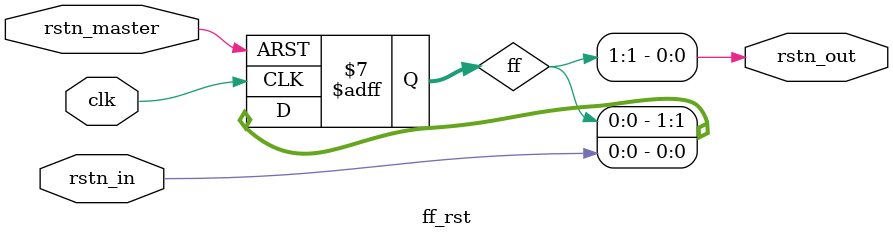
<source format=sv>
module ff_rst #(
    parameter NUM_STAGES = 2
    )(
    input  clk,
    input  rstn_master,
    input  rstn_in,
    output rstn_out
);
    //Variables
    int i;
    logic [NUM_STAGES-1:0] ff;

    //Reset synchronizer circuit
    always_ff @ (posedge clk or negedge rstn_master) begin
        if (!rstn_master) ff <= '0;
        else begin
            ff[0] <= rstn_in; //This should be 1'b1
            //Additional stages for delay chain
            for (i=1; i<NUM_STAGES; i=i+1) begin: ff_stage
            ff[i] <= ff[i-1];
            end
        end
    end

    //Synchronized reset output
    assign rstn_out = ff[NUM_STAGES-1];

endmodule



</source>
